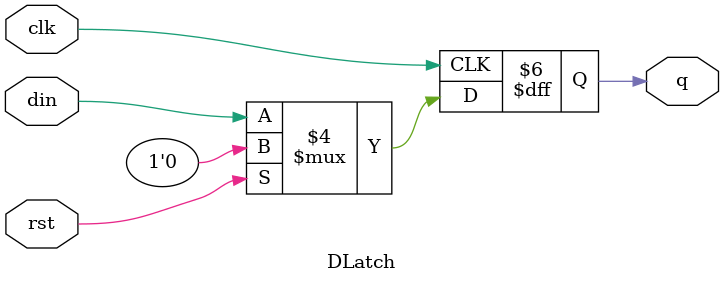
<source format=v>
`timescale 1ns / 1ps


module DLatch(
    input clk,
    input din,
    input rst,
    output reg q
    );

    initial
    begin
        q <= 0;
    end

    always @ (posedge clk)
    begin
        if (rst)
        begin
            q <= 0;
        end
        else
        begin
            q <= din;
        end
    end
endmodule

</source>
